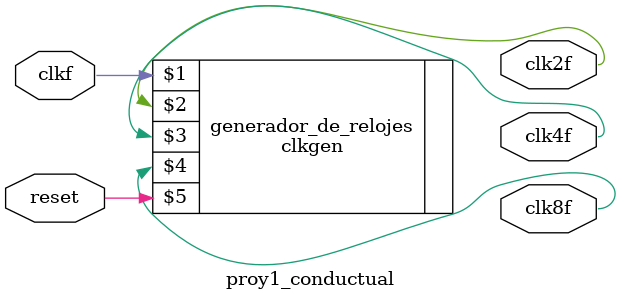
<source format=v>
`include "clkgen.v"

module proy1_conductual (		
	input 						clkf,
	output						clk2f,
	output 						clk4f,
	output 						clk8f,
	input 						reset);
	
	clkgen generador_de_relojes(clkf, clk2f, clk4f, clk8f, reset);

endmodule

</source>
